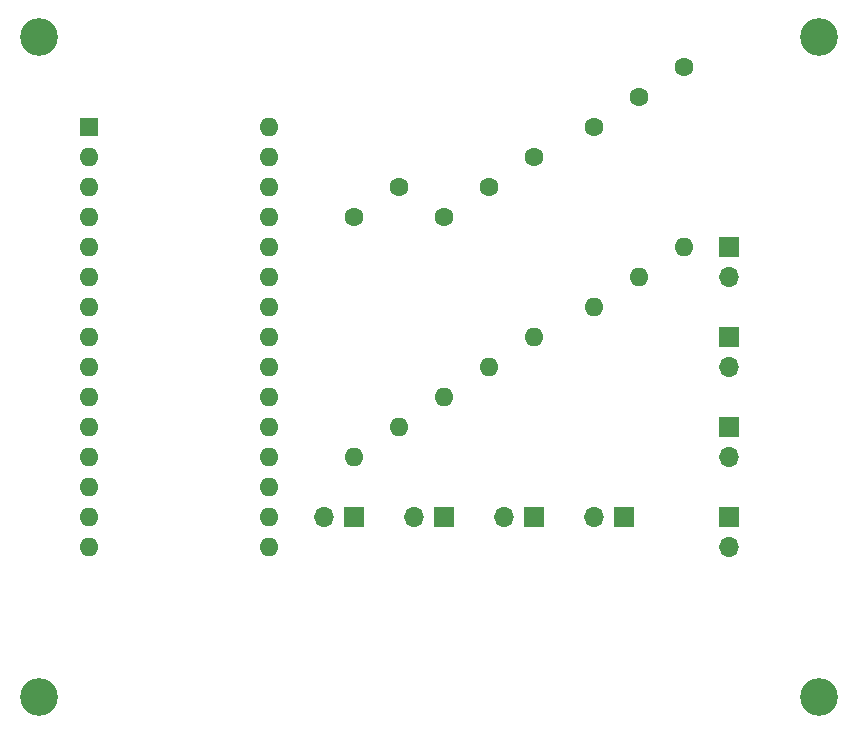
<source format=gbr>
%TF.GenerationSoftware,KiCad,Pcbnew,8.0.6*%
%TF.CreationDate,2025-03-08T18:58:06-08:00*%
%TF.ProjectId,8CH Thermal Monitor,38434820-5468-4657-926d-616c204d6f6e,rev?*%
%TF.SameCoordinates,PX7df6180PY8670810*%
%TF.FileFunction,Soldermask,Bot*%
%TF.FilePolarity,Negative*%
%FSLAX46Y46*%
G04 Gerber Fmt 4.6, Leading zero omitted, Abs format (unit mm)*
G04 Created by KiCad (PCBNEW 8.0.6) date 2025-03-08 18:58:06*
%MOMM*%
%LPD*%
G01*
G04 APERTURE LIST*
%ADD10C,1.600000*%
%ADD11O,1.600000X1.600000*%
%ADD12R,1.700000X1.700000*%
%ADD13O,1.700000X1.700000*%
%ADD14R,1.600000X1.600000*%
%ADD15C,3.200000*%
G04 APERTURE END LIST*
D10*
%TO.C,R3*%
X40640000Y46990000D03*
D11*
X40640000Y31750000D03*
%TD*%
D10*
%TO.C,R6*%
X53340000Y54610000D03*
D11*
X53340000Y39370000D03*
%TD*%
D12*
%TO.C,J6*%
X64770000Y29210000D03*
D13*
X64770000Y26670000D03*
%TD*%
D14*
%TO.C,A1*%
X10590000Y54610000D03*
D11*
X10590000Y52070000D03*
X10590000Y49530000D03*
X10590000Y46990000D03*
X10590000Y44450000D03*
X10590000Y41910000D03*
X10590000Y39370000D03*
X10590000Y36830000D03*
X10590000Y34290000D03*
X10590000Y31750000D03*
X10590000Y29210000D03*
X10590000Y26670000D03*
X10590000Y24130000D03*
X10590000Y21590000D03*
X10590000Y19050000D03*
X25830000Y19050000D03*
X25830000Y21590000D03*
X25830000Y24130000D03*
X25830000Y26670000D03*
X25830000Y29210000D03*
X25830000Y31750000D03*
X25830000Y34290000D03*
X25830000Y36830000D03*
X25830000Y39370000D03*
X25830000Y41910000D03*
X25830000Y44450000D03*
X25830000Y46990000D03*
X25830000Y49530000D03*
X25830000Y52070000D03*
X25830000Y54610000D03*
%TD*%
D15*
%TO.C,REF\u002A\u002A*%
X6350000Y62230000D03*
%TD*%
D12*
%TO.C,J8*%
X64770000Y44450000D03*
D13*
X64770000Y41910000D03*
%TD*%
D15*
%TO.C,REF\u002A\u002A*%
X6350000Y6350000D03*
%TD*%
%TO.C,REF\u002A\u002A*%
X72390000Y62230000D03*
%TD*%
D12*
%TO.C,J4*%
X55880000Y21590000D03*
D13*
X53340000Y21590000D03*
%TD*%
D15*
%TO.C,REF\u002A\u002A*%
X72390000Y6350000D03*
%TD*%
D12*
%TO.C,J3*%
X48260000Y21590000D03*
D13*
X45720000Y21590000D03*
%TD*%
D10*
%TO.C,R1*%
X33020000Y46990000D03*
D11*
X33020000Y26670000D03*
%TD*%
D12*
%TO.C,J5*%
X64770000Y21590000D03*
D13*
X64770000Y19050000D03*
%TD*%
D10*
%TO.C,R2*%
X36830000Y49530000D03*
D11*
X36830000Y29210000D03*
%TD*%
D12*
%TO.C,J7*%
X64770000Y36830000D03*
D13*
X64770000Y34290000D03*
%TD*%
D10*
%TO.C,R7*%
X57150000Y57150000D03*
D11*
X57150000Y41910000D03*
%TD*%
D10*
%TO.C,R4*%
X44450000Y49530000D03*
D11*
X44450000Y34290000D03*
%TD*%
D10*
%TO.C,R5*%
X48260000Y52070000D03*
D11*
X48260000Y36830000D03*
%TD*%
D12*
%TO.C,J1*%
X33020000Y21590000D03*
D13*
X30480000Y21590000D03*
%TD*%
D12*
%TO.C,J2*%
X40640000Y21590000D03*
D13*
X38100000Y21590000D03*
%TD*%
D10*
%TO.C,R8*%
X60960000Y59690000D03*
D11*
X60960000Y44450000D03*
%TD*%
M02*

</source>
